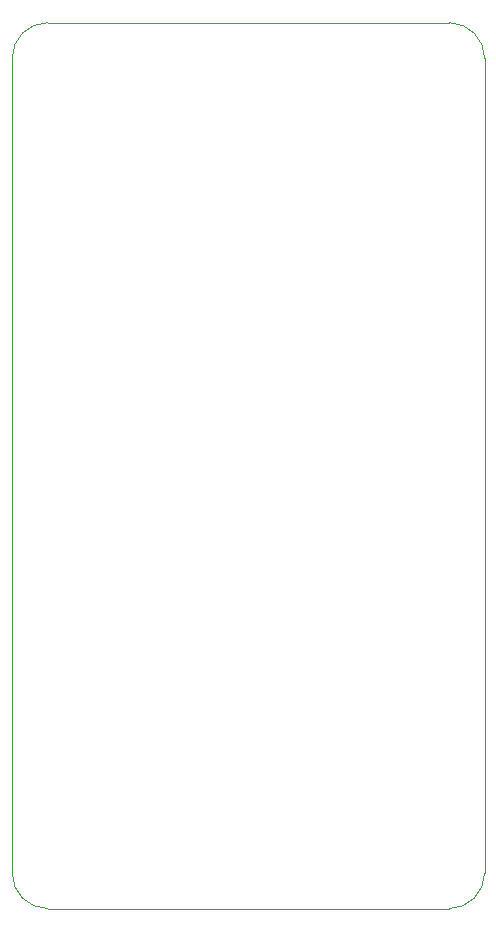
<source format=gm1>
G04 #@! TF.GenerationSoftware,KiCad,Pcbnew,(5.1.5-0-10_14)*
G04 #@! TF.CreationDate,2019-12-11T23:03:34+09:00*
G04 #@! TF.ProjectId,RPiWD_Main,52506957-445f-44d6-9169-6e2e6b696361,rev?*
G04 #@! TF.SameCoordinates,Original*
G04 #@! TF.FileFunction,Profile,NP*
%FSLAX46Y46*%
G04 Gerber Fmt 4.6, Leading zero omitted, Abs format (unit mm)*
G04 Created by KiCad (PCBNEW (5.1.5-0-10_14)) date 2019-12-11 23:03:34*
%MOMM*%
%LPD*%
G04 APERTURE LIST*
%ADD10C,0.050000*%
G04 APERTURE END LIST*
D10*
X143000000Y-135000000D02*
G75*
G02X140000000Y-132000000I0J3000000D01*
G01*
X180000000Y-132000000D02*
G75*
G02X177000000Y-135000000I-3000000J0D01*
G01*
X177000000Y-60000000D02*
G75*
G02X180000000Y-63000000I0J-3000000D01*
G01*
X140000000Y-63000000D02*
G75*
G02X143000000Y-60000000I3000000J0D01*
G01*
X140000000Y-132000000D02*
X140000000Y-63000000D01*
X177000000Y-135000200D02*
X143000000Y-135000200D01*
X180000000Y-63000000D02*
X180000000Y-132000000D01*
X143000000Y-60000200D02*
X177000000Y-60000200D01*
M02*

</source>
